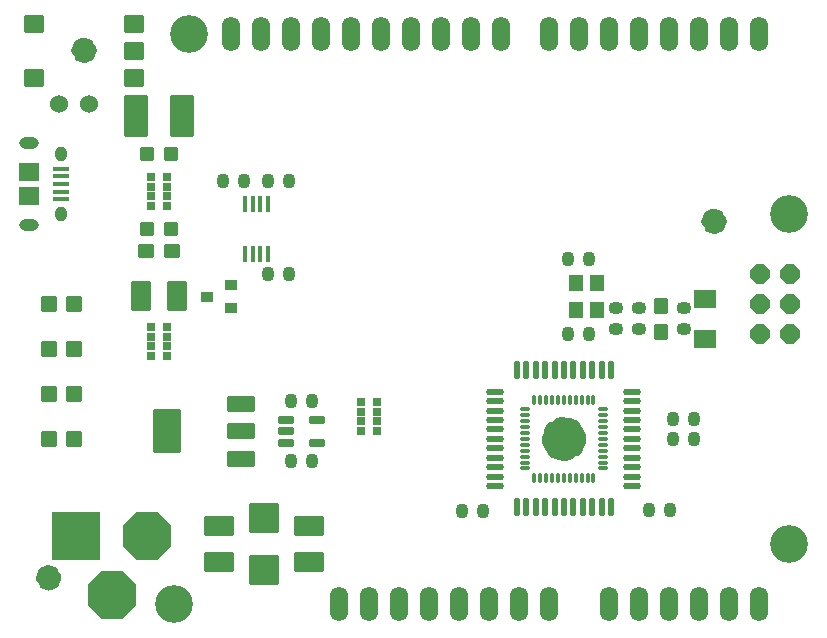
<source format=gts>
G04 #@! TF.GenerationSoftware,KiCad,Pcbnew,(6.0.10-0)*
G04 #@! TF.CreationDate,2023-01-08T15:57:27+01:00*
G04 #@! TF.ProjectId,Leonardo_Rev3d,4c656f6e-6172-4646-9f5f-52657633642e,3d*
G04 #@! TF.SameCoordinates,Original*
G04 #@! TF.FileFunction,Soldermask,Top*
G04 #@! TF.FilePolarity,Negative*
%FSLAX46Y46*%
G04 Gerber Fmt 4.6, Leading zero omitted, Abs format (unit mm)*
G04 Created by KiCad (PCBNEW (6.0.10-0)) date 2023-01-08 15:57:27*
%MOMM*%
%LPD*%
G01*
G04 APERTURE LIST*
G04 Aperture macros list*
%AMRoundRect*
0 Rectangle with rounded corners*
0 $1 Rounding radius*
0 $2 $3 $4 $5 $6 $7 $8 $9 X,Y pos of 4 corners*
0 Add a 4 corners polygon primitive as box body*
4,1,4,$2,$3,$4,$5,$6,$7,$8,$9,$2,$3,0*
0 Add four circle primitives for the rounded corners*
1,1,$1+$1,$2,$3*
1,1,$1+$1,$4,$5*
1,1,$1+$1,$6,$7*
1,1,$1+$1,$8,$9*
0 Add four rect primitives between the rounded corners*
20,1,$1+$1,$2,$3,$4,$5,0*
20,1,$1+$1,$4,$5,$6,$7,0*
20,1,$1+$1,$6,$7,$8,$9,0*
20,1,$1+$1,$8,$9,$2,$3,0*%
%AMFreePoly0*
4,1,17,0.356937,0.810921,0.810921,0.356937,0.825800,0.321016,0.825800,-0.321016,0.810921,-0.356937,0.356937,-0.810921,0.321016,-0.825800,-0.321016,-0.825800,-0.356937,-0.810921,-0.810921,-0.356937,-0.825800,-0.321016,-0.825800,0.321016,-0.810921,0.356937,-0.356937,0.810921,-0.321016,0.825800,0.321016,0.825800,0.356937,0.810921,0.356937,0.810921,$1*%
%AMFreePoly1*
4,1,17,0.864348,2.035921,2.035921,0.864348,2.050800,0.828427,2.050800,-0.828427,2.035921,-0.864348,0.864348,-2.035921,0.828427,-2.050800,-0.828427,-2.050800,-0.864348,-2.035921,-2.035921,-0.864348,-2.050800,-0.828427,-2.050800,0.828427,-2.035921,0.864348,-0.864348,2.035921,-0.828427,2.050800,0.828427,2.050800,0.864348,2.035921,0.864348,2.035921,$1*%
G04 Aperture macros list end*
%ADD10C,1.200000*%
%ADD11C,2.540000*%
%ADD12C,3.200000*%
%ADD13RoundRect,0.050800X1.117600X-0.609600X1.117600X0.609600X-1.117600X0.609600X-1.117600X-0.609600X0*%
%ADD14RoundRect,0.050800X1.100000X-1.800000X1.100000X1.800000X-1.100000X1.800000X-1.100000X-1.800000X0*%
%ADD15RoundRect,0.558800X0.000000X0.000000X0.000000X0.000000X0.000000X0.000000X0.000000X0.000000X0*%
%ADD16RoundRect,0.410160X0.089840X-0.190640X0.089840X0.190640X-0.089840X0.190640X-0.089840X-0.190640X0*%
%ADD17RoundRect,0.410160X-0.089840X0.190640X-0.089840X-0.190640X0.089840X-0.190640X0.089840X0.190640X0*%
%ADD18RoundRect,0.050800X-0.600000X0.275000X-0.600000X-0.275000X0.600000X-0.275000X0.600000X0.275000X0*%
%ADD19RoundRect,0.050800X-0.900000X0.700000X-0.900000X-0.700000X0.900000X-0.700000X0.900000X0.700000X0*%
%ADD20C,1.524000*%
%ADD21RoundRect,0.050800X-0.500000X-0.500000X0.500000X-0.500000X0.500000X0.500000X-0.500000X0.500000X0*%
%ADD22RoundRect,0.050800X-0.444500X0.393700X-0.444500X-0.393700X0.444500X-0.393700X0.444500X0.393700X0*%
%ADD23RoundRect,0.050800X0.600000X-0.600000X0.600000X0.600000X-0.600000X0.600000X-0.600000X-0.600000X0*%
%ADD24RoundRect,0.230800X0.520000X0.045000X-0.520000X0.045000X-0.520000X-0.045000X0.520000X-0.045000X0*%
%ADD25RoundRect,0.230800X0.045000X0.520000X-0.045000X0.520000X-0.045000X-0.520000X0.045000X-0.520000X0*%
%ADD26RoundRect,0.550800X0.000000X0.000000X0.000000X0.000000X0.000000X0.000000X0.000000X0.000000X0*%
%ADD27O,1.524000X2.946400*%
%ADD28RoundRect,0.050800X-1.200000X1.200000X-1.200000X-1.200000X1.200000X-1.200000X1.200000X1.200000X0*%
%ADD29RoundRect,0.050800X-0.500000X0.600000X-0.500000X-0.600000X0.500000X-0.600000X0.500000X0.600000X0*%
%ADD30RoundRect,0.050800X0.325000X-0.250000X0.325000X0.250000X-0.325000X0.250000X-0.325000X-0.250000X0*%
%ADD31RoundRect,0.050800X0.950000X1.700000X-0.950000X1.700000X-0.950000X-1.700000X0.950000X-1.700000X0*%
%ADD32RoundRect,0.410160X-0.089840X-0.190640X0.089840X-0.190640X0.089840X0.190640X-0.089840X0.190640X0*%
%ADD33R,1.346200X0.457200*%
%ADD34R,1.651000X1.498600*%
%ADD35O,1.651000X1.016000*%
%ADD36O,1.016000X1.295400*%
%ADD37RoundRect,0.050800X-1.200000X0.800000X-1.200000X-0.800000X1.200000X-0.800000X1.200000X0.800000X0*%
%ADD38RoundRect,0.050800X1.200000X-0.800000X1.200000X0.800000X-1.200000X0.800000X-1.200000X-0.800000X0*%
%ADD39RoundRect,0.050800X0.800000X1.200000X-0.800000X1.200000X-0.800000X-1.200000X0.800000X-1.200000X0*%
%ADD40RoundRect,0.050800X-0.800000X-1.200000X0.800000X-1.200000X0.800000X1.200000X-0.800000X1.200000X0*%
%ADD41RoundRect,0.050800X-0.150000X-0.600000X0.150000X-0.600000X0.150000X0.600000X-0.150000X0.600000X0*%
%ADD42RoundRect,0.050800X-0.325000X0.250000X-0.325000X-0.250000X0.325000X-0.250000X0.325000X0.250000X0*%
%ADD43FreePoly0,270.000000*%
%ADD44RoundRect,0.050800X-0.525000X-0.650000X0.525000X-0.650000X0.525000X0.650000X-0.525000X0.650000X0*%
%ADD45RoundRect,0.050800X-0.600000X-0.500000X0.600000X-0.500000X0.600000X0.500000X-0.600000X0.500000X0*%
%ADD46RoundRect,0.410160X0.190640X0.089840X-0.190640X0.089840X-0.190640X-0.089840X0.190640X-0.089840X0*%
%ADD47RoundRect,0.410160X-0.190640X-0.089840X0.190640X-0.089840X0.190640X0.089840X-0.190640X0.089840X0*%
%ADD48RoundRect,0.160800X0.265000X0.027500X-0.265000X0.027500X-0.265000X-0.027500X0.265000X-0.027500X0*%
%ADD49RoundRect,0.160800X-0.027500X0.265000X-0.027500X-0.265000X0.027500X-0.265000X0.027500X0.265000X0*%
%ADD50RoundRect,0.160800X-0.265000X-0.027500X0.265000X-0.027500X0.265000X0.027500X-0.265000X0.027500X0*%
%ADD51RoundRect,0.160800X0.027500X-0.265000X0.027500X0.265000X-0.027500X0.265000X-0.027500X-0.265000X0*%
%ADD52RoundRect,0.155800X0.695000X0.595000X-0.695000X0.595000X-0.695000X-0.595000X0.695000X-0.595000X0*%
%ADD53FreePoly1,90.000000*%
%ADD54FreePoly1,180.000000*%
%ADD55RoundRect,0.050800X2.000000X2.000000X-2.000000X2.000000X-2.000000X-2.000000X2.000000X-2.000000X0*%
%ADD56RoundRect,0.410160X0.089840X0.190640X-0.089840X0.190640X-0.089840X-0.190640X0.089840X-0.190640X0*%
G04 APERTURE END LIST*
D10*
X174401100Y-96748600D02*
G75*
G03*
X174401100Y-96748600I-500000J0D01*
G01*
X118070000Y-126920000D02*
G75*
G03*
X118070000Y-126920000I-500000J0D01*
G01*
X121061100Y-82270600D02*
G75*
G03*
X121061100Y-82270600I-500000J0D01*
G01*
D11*
X161836100Y-115163600D02*
G75*
G03*
X161836100Y-115163600I-635000J0D01*
G01*
D12*
X180251100Y-96113600D03*
D13*
X133819900Y-116840000D03*
X133819900Y-114528600D03*
X133819900Y-112217200D03*
D14*
X127622100Y-114528600D03*
D15*
X173901100Y-96748600D03*
D16*
X161582100Y-99923600D03*
X163360100Y-99923600D03*
D17*
X172249000Y-113450300D03*
X170471000Y-113450300D03*
D18*
X137676100Y-113578600D03*
X137676100Y-114528600D03*
X137676100Y-115478600D03*
X140276100Y-115478600D03*
X140276100Y-113578600D03*
D19*
X173139100Y-106703600D03*
X173139100Y-103303600D03*
D15*
X117570000Y-126920000D03*
D20*
X118470000Y-86810000D03*
X121010000Y-86810000D03*
D21*
X125911100Y-91033600D03*
X127911100Y-91033600D03*
D22*
X130975100Y-103124000D03*
X133007100Y-102158800D03*
X133007100Y-104089200D03*
D23*
X119706100Y-115163600D03*
X117606100Y-115163600D03*
D24*
X167001100Y-119163600D03*
X167001100Y-118363600D03*
X167001100Y-117563600D03*
X167001100Y-116763600D03*
X167001100Y-115963600D03*
X167001100Y-115163600D03*
X167001100Y-114363600D03*
X167001100Y-113563600D03*
X167001100Y-112763600D03*
X167001100Y-111963600D03*
X167001100Y-111163600D03*
D25*
X165201100Y-109363600D03*
X164401100Y-109363600D03*
X163601100Y-109363600D03*
X162801100Y-109363600D03*
X162001100Y-109363600D03*
X161201100Y-109363600D03*
X160401100Y-109363600D03*
X159601100Y-109363600D03*
X158801100Y-109363600D03*
X158001100Y-109363600D03*
X157201100Y-109363600D03*
D24*
X155401100Y-111163600D03*
X155401100Y-111963600D03*
X155401100Y-112763600D03*
X155401100Y-113563600D03*
X155401100Y-114363600D03*
X155401100Y-115163600D03*
X155401100Y-115963600D03*
X155401100Y-116763600D03*
X155401100Y-117563600D03*
X155401100Y-118363600D03*
X155401100Y-119163600D03*
D25*
X157201100Y-120963600D03*
X158001100Y-120963600D03*
X158801100Y-120963600D03*
X159601100Y-120963600D03*
X160401100Y-120963600D03*
X161201100Y-120963600D03*
X162001100Y-120963600D03*
X162801100Y-120963600D03*
X163601100Y-120963600D03*
X164401100Y-120963600D03*
X165201100Y-120963600D03*
D26*
X161201100Y-115163600D03*
D27*
X165011100Y-129133600D03*
X167551100Y-129133600D03*
X170091100Y-129133600D03*
X172631100Y-129133600D03*
X175171100Y-129133600D03*
X177711100Y-129133600D03*
X142151100Y-129133600D03*
X144691100Y-129133600D03*
X147231100Y-129133600D03*
X149771100Y-129133600D03*
X152311100Y-129133600D03*
X154851100Y-129133600D03*
X157391100Y-129133600D03*
X159931100Y-129133600D03*
D23*
X119706100Y-103733600D03*
X117606100Y-103733600D03*
D28*
X135801100Y-126253600D03*
X135801100Y-121853600D03*
D29*
X169456100Y-103903600D03*
X169456100Y-106103600D03*
D21*
X125911100Y-97383600D03*
X127911100Y-97383600D03*
D30*
X127586100Y-95408600D03*
X127586100Y-94608600D03*
X127586100Y-93808600D03*
X127586100Y-93008600D03*
X126236100Y-93008600D03*
X126236100Y-93808600D03*
X126236100Y-94608600D03*
X126236100Y-95408600D03*
D27*
X177711100Y-80873600D03*
X175171100Y-80873600D03*
X172631100Y-80873600D03*
X170091100Y-80873600D03*
X167551100Y-80873600D03*
X165011100Y-80873600D03*
X162471100Y-80873600D03*
X159931100Y-80873600D03*
D17*
X154335100Y-121248600D03*
X152557100Y-121248600D03*
D31*
X128861100Y-87858600D03*
X124961100Y-87858600D03*
D12*
X128181100Y-129133600D03*
D23*
X119706100Y-111353600D03*
X117606100Y-111353600D03*
D32*
X161582100Y-106273600D03*
X163360100Y-106273600D03*
D33*
X118622600Y-92280000D03*
X118622600Y-92930001D03*
X118622600Y-93580000D03*
X118622600Y-94229999D03*
X118622600Y-94880000D03*
D34*
X115947599Y-92579999D03*
X115947599Y-94580001D03*
D35*
X115947599Y-90080000D03*
X115947599Y-97080001D03*
D36*
X118622600Y-91080000D03*
X118622600Y-96080000D03*
D37*
X131991100Y-122553600D03*
D38*
X131991100Y-125553600D03*
D39*
X128411100Y-103098600D03*
D40*
X125411100Y-103098600D03*
D27*
X155867100Y-80873600D03*
X153327100Y-80873600D03*
X150787100Y-80873600D03*
X148247100Y-80873600D03*
X145707100Y-80873600D03*
X143167100Y-80873600D03*
X140627100Y-80873600D03*
X138087100Y-80873600D03*
X135547100Y-80873600D03*
X133007100Y-80873600D03*
D15*
X120561100Y-82270600D03*
D16*
X170411000Y-115170000D03*
X172189000Y-115170000D03*
D41*
X134190100Y-99496600D03*
X134840100Y-99496600D03*
X135490100Y-99496600D03*
X136140100Y-99496600D03*
X136140100Y-95271600D03*
X135490100Y-95271600D03*
X134840100Y-95271600D03*
X134190100Y-95271600D03*
D30*
X127586100Y-108108600D03*
X127586100Y-107308600D03*
X127586100Y-106508600D03*
X127586100Y-105708600D03*
X126236100Y-105708600D03*
X126236100Y-106508600D03*
X126236100Y-107308600D03*
X126236100Y-108108600D03*
D42*
X144016100Y-112058600D03*
X144016100Y-112858600D03*
X144016100Y-113658600D03*
X144016100Y-114458600D03*
X145366100Y-114458600D03*
X145366100Y-113658600D03*
X145366100Y-112858600D03*
X145366100Y-112058600D03*
D16*
X138087100Y-117068600D03*
X139865100Y-117068600D03*
D12*
X129451100Y-80873600D03*
D43*
X177838100Y-101193600D03*
X180378100Y-101193600D03*
X177838100Y-103733600D03*
X180378100Y-103733600D03*
X177838100Y-106273600D03*
X180378100Y-106273600D03*
D44*
X162181100Y-101948600D03*
X162181100Y-104248600D03*
X164031100Y-104248600D03*
X164031100Y-101948600D03*
D45*
X125811100Y-99288600D03*
X128011100Y-99288600D03*
D37*
X139611100Y-122553600D03*
D38*
X139611100Y-125553600D03*
D46*
X165646100Y-105892600D03*
X165646100Y-104114600D03*
D16*
X168397100Y-121223600D03*
X170175100Y-121223600D03*
X136182100Y-101193600D03*
X137960100Y-101193600D03*
D46*
X167551100Y-105892600D03*
X167551100Y-104114600D03*
D47*
X171361100Y-104114600D03*
X171361100Y-105892600D03*
D48*
X164476100Y-117663600D03*
X164476100Y-117163600D03*
X164476100Y-116663600D03*
X164476100Y-116163600D03*
X164476100Y-115663600D03*
X164476100Y-115163600D03*
X164476100Y-114663600D03*
X164476100Y-114163600D03*
X164476100Y-113663600D03*
X164476100Y-113163600D03*
X164476100Y-112663600D03*
D49*
X163701100Y-111888600D03*
X163201100Y-111888600D03*
X162701100Y-111888600D03*
X162201100Y-111888600D03*
X161701100Y-111888600D03*
X161201100Y-111888600D03*
X160701100Y-111888600D03*
X160201100Y-111888600D03*
X159701100Y-111888600D03*
X159201100Y-111888600D03*
X158701100Y-111888600D03*
D50*
X157926100Y-112663600D03*
X157926100Y-113163600D03*
X157926100Y-113663600D03*
X157926100Y-114163600D03*
X157926100Y-114663600D03*
X157926100Y-115163600D03*
X157926100Y-115663600D03*
X157926100Y-116163600D03*
X157926100Y-116663600D03*
X157926100Y-117163600D03*
X157926100Y-117663600D03*
D51*
X158701100Y-118438600D03*
X159201100Y-118438600D03*
X159701100Y-118438600D03*
X160201100Y-118438600D03*
X160701100Y-118438600D03*
X161201100Y-118438600D03*
X161701100Y-118438600D03*
X162201100Y-118438600D03*
X162701100Y-118438600D03*
X163201100Y-118438600D03*
X163701100Y-118438600D03*
D52*
X124760000Y-84570000D03*
X124760000Y-80070000D03*
X116360000Y-84570000D03*
X116360000Y-80070000D03*
X124760000Y-82320000D03*
D53*
X122897900Y-128371600D03*
D54*
X125895100Y-123367800D03*
D55*
X119900700Y-123367800D03*
D12*
X180251100Y-124053600D03*
D23*
X119706100Y-107543600D03*
X117606100Y-107543600D03*
D56*
X134150100Y-93319600D03*
X132372100Y-93319600D03*
D17*
X139865100Y-111988600D03*
X138087100Y-111988600D03*
X137960100Y-93319600D03*
X136182100Y-93319600D03*
M02*

</source>
